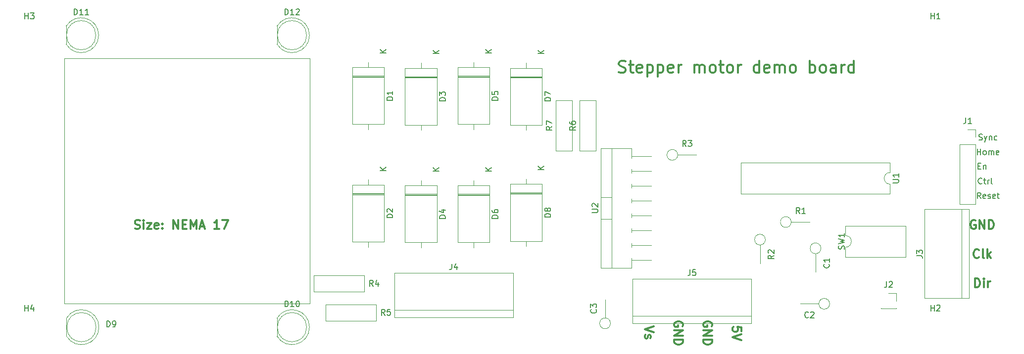
<source format=gto>
G04 #@! TF.GenerationSoftware,KiCad,Pcbnew,(6.0.11)*
G04 #@! TF.CreationDate,2023-02-08T16:01:19+00:00*
G04 #@! TF.ProjectId,StepperDemoPCB,53746570-7065-4724-9465-6d6f5043422e,rev?*
G04 #@! TF.SameCoordinates,Original*
G04 #@! TF.FileFunction,Legend,Top*
G04 #@! TF.FilePolarity,Positive*
%FSLAX46Y46*%
G04 Gerber Fmt 4.6, Leading zero omitted, Abs format (unit mm)*
G04 Created by KiCad (PCBNEW (6.0.11)) date 2023-02-08 16:01:19*
%MOMM*%
%LPD*%
G01*
G04 APERTURE LIST*
%ADD10C,0.300000*%
%ADD11C,0.150000*%
%ADD12C,0.120000*%
%ADD13C,7.500000*%
%ADD14C,9.100000*%
%ADD15C,4.500000*%
%ADD16C,1.600000*%
%ADD17C,1.400000*%
%ADD18O,1.400000X1.400000*%
%ADD19R,1.800000X1.800000*%
%ADD20C,1.800000*%
%ADD21R,1.700000X1.700000*%
%ADD22O,1.700000X1.700000*%
%ADD23R,3.200000X3.200000*%
%ADD24O,3.200000X3.200000*%
%ADD25R,3.000000X3.000000*%
%ADD26C,3.000000*%
%ADD27R,1.600000X1.600000*%
%ADD28O,1.600000X1.600000*%
%ADD29O,1.800000X1.800000*%
G04 APERTURE END LIST*
D10*
X146821428Y-92392857D02*
X145321428Y-92892857D01*
X146821428Y-93392857D01*
X145392857Y-93821428D02*
X145321428Y-93964285D01*
X145321428Y-94250000D01*
X145392857Y-94392857D01*
X145535714Y-94464285D01*
X145607142Y-94464285D01*
X145750000Y-94392857D01*
X145821428Y-94250000D01*
X145821428Y-94035714D01*
X145892857Y-93892857D01*
X146035714Y-93821428D01*
X146107142Y-93821428D01*
X146250000Y-93892857D01*
X146321428Y-94035714D01*
X146321428Y-94250000D01*
X146250000Y-94392857D01*
X161821428Y-93214285D02*
X161821428Y-92500000D01*
X161107142Y-92428571D01*
X161178571Y-92500000D01*
X161250000Y-92642857D01*
X161250000Y-93000000D01*
X161178571Y-93142857D01*
X161107142Y-93214285D01*
X160964285Y-93285714D01*
X160607142Y-93285714D01*
X160464285Y-93214285D01*
X160392857Y-93142857D01*
X160321428Y-93000000D01*
X160321428Y-92642857D01*
X160392857Y-92500000D01*
X160464285Y-92428571D01*
X161821428Y-93714285D02*
X160321428Y-94214285D01*
X161821428Y-94714285D01*
X156750000Y-92357142D02*
X156821428Y-92214285D01*
X156821428Y-92000000D01*
X156750000Y-91785714D01*
X156607142Y-91642857D01*
X156464285Y-91571428D01*
X156178571Y-91500000D01*
X155964285Y-91500000D01*
X155678571Y-91571428D01*
X155535714Y-91642857D01*
X155392857Y-91785714D01*
X155321428Y-92000000D01*
X155321428Y-92142857D01*
X155392857Y-92357142D01*
X155464285Y-92428571D01*
X155964285Y-92428571D01*
X155964285Y-92142857D01*
X155321428Y-93071428D02*
X156821428Y-93071428D01*
X155321428Y-93928571D01*
X156821428Y-93928571D01*
X155321428Y-94642857D02*
X156821428Y-94642857D01*
X156821428Y-95000000D01*
X156750000Y-95214285D01*
X156607142Y-95357142D01*
X156464285Y-95428571D01*
X156178571Y-95500000D01*
X155964285Y-95500000D01*
X155678571Y-95428571D01*
X155535714Y-95357142D01*
X155392857Y-95214285D01*
X155321428Y-95000000D01*
X155321428Y-94642857D01*
X151750000Y-92357142D02*
X151821428Y-92214285D01*
X151821428Y-92000000D01*
X151750000Y-91785714D01*
X151607142Y-91642857D01*
X151464285Y-91571428D01*
X151178571Y-91500000D01*
X150964285Y-91500000D01*
X150678571Y-91571428D01*
X150535714Y-91642857D01*
X150392857Y-91785714D01*
X150321428Y-92000000D01*
X150321428Y-92142857D01*
X150392857Y-92357142D01*
X150464285Y-92428571D01*
X150964285Y-92428571D01*
X150964285Y-92142857D01*
X150321428Y-93071428D02*
X151821428Y-93071428D01*
X150321428Y-93928571D01*
X151821428Y-93928571D01*
X150321428Y-94642857D02*
X151821428Y-94642857D01*
X151821428Y-95000000D01*
X151750000Y-95214285D01*
X151607142Y-95357142D01*
X151464285Y-95428571D01*
X151178571Y-95500000D01*
X150964285Y-95500000D01*
X150678571Y-95428571D01*
X150535714Y-95357142D01*
X150392857Y-95214285D01*
X150321428Y-95000000D01*
X150321428Y-94642857D01*
X140857142Y-48809523D02*
X141142857Y-48904761D01*
X141619047Y-48904761D01*
X141809523Y-48809523D01*
X141904761Y-48714285D01*
X142000000Y-48523809D01*
X142000000Y-48333333D01*
X141904761Y-48142857D01*
X141809523Y-48047619D01*
X141619047Y-47952380D01*
X141238095Y-47857142D01*
X141047619Y-47761904D01*
X140952380Y-47666666D01*
X140857142Y-47476190D01*
X140857142Y-47285714D01*
X140952380Y-47095238D01*
X141047619Y-47000000D01*
X141238095Y-46904761D01*
X141714285Y-46904761D01*
X142000000Y-47000000D01*
X142571428Y-47571428D02*
X143333333Y-47571428D01*
X142857142Y-46904761D02*
X142857142Y-48619047D01*
X142952380Y-48809523D01*
X143142857Y-48904761D01*
X143333333Y-48904761D01*
X144761904Y-48809523D02*
X144571428Y-48904761D01*
X144190476Y-48904761D01*
X144000000Y-48809523D01*
X143904761Y-48619047D01*
X143904761Y-47857142D01*
X144000000Y-47666666D01*
X144190476Y-47571428D01*
X144571428Y-47571428D01*
X144761904Y-47666666D01*
X144857142Y-47857142D01*
X144857142Y-48047619D01*
X143904761Y-48238095D01*
X145714285Y-47571428D02*
X145714285Y-49571428D01*
X145714285Y-47666666D02*
X145904761Y-47571428D01*
X146285714Y-47571428D01*
X146476190Y-47666666D01*
X146571428Y-47761904D01*
X146666666Y-47952380D01*
X146666666Y-48523809D01*
X146571428Y-48714285D01*
X146476190Y-48809523D01*
X146285714Y-48904761D01*
X145904761Y-48904761D01*
X145714285Y-48809523D01*
X147523809Y-47571428D02*
X147523809Y-49571428D01*
X147523809Y-47666666D02*
X147714285Y-47571428D01*
X148095238Y-47571428D01*
X148285714Y-47666666D01*
X148380952Y-47761904D01*
X148476190Y-47952380D01*
X148476190Y-48523809D01*
X148380952Y-48714285D01*
X148285714Y-48809523D01*
X148095238Y-48904761D01*
X147714285Y-48904761D01*
X147523809Y-48809523D01*
X150095238Y-48809523D02*
X149904761Y-48904761D01*
X149523809Y-48904761D01*
X149333333Y-48809523D01*
X149238095Y-48619047D01*
X149238095Y-47857142D01*
X149333333Y-47666666D01*
X149523809Y-47571428D01*
X149904761Y-47571428D01*
X150095238Y-47666666D01*
X150190476Y-47857142D01*
X150190476Y-48047619D01*
X149238095Y-48238095D01*
X151047619Y-48904761D02*
X151047619Y-47571428D01*
X151047619Y-47952380D02*
X151142857Y-47761904D01*
X151238095Y-47666666D01*
X151428571Y-47571428D01*
X151619047Y-47571428D01*
X153809523Y-48904761D02*
X153809523Y-47571428D01*
X153809523Y-47761904D02*
X153904761Y-47666666D01*
X154095238Y-47571428D01*
X154380952Y-47571428D01*
X154571428Y-47666666D01*
X154666666Y-47857142D01*
X154666666Y-48904761D01*
X154666666Y-47857142D02*
X154761904Y-47666666D01*
X154952380Y-47571428D01*
X155238095Y-47571428D01*
X155428571Y-47666666D01*
X155523809Y-47857142D01*
X155523809Y-48904761D01*
X156761904Y-48904761D02*
X156571428Y-48809523D01*
X156476190Y-48714285D01*
X156380952Y-48523809D01*
X156380952Y-47952380D01*
X156476190Y-47761904D01*
X156571428Y-47666666D01*
X156761904Y-47571428D01*
X157047619Y-47571428D01*
X157238095Y-47666666D01*
X157333333Y-47761904D01*
X157428571Y-47952380D01*
X157428571Y-48523809D01*
X157333333Y-48714285D01*
X157238095Y-48809523D01*
X157047619Y-48904761D01*
X156761904Y-48904761D01*
X158000000Y-47571428D02*
X158761904Y-47571428D01*
X158285714Y-46904761D02*
X158285714Y-48619047D01*
X158380952Y-48809523D01*
X158571428Y-48904761D01*
X158761904Y-48904761D01*
X159714285Y-48904761D02*
X159523809Y-48809523D01*
X159428571Y-48714285D01*
X159333333Y-48523809D01*
X159333333Y-47952380D01*
X159428571Y-47761904D01*
X159523809Y-47666666D01*
X159714285Y-47571428D01*
X160000000Y-47571428D01*
X160190476Y-47666666D01*
X160285714Y-47761904D01*
X160380952Y-47952380D01*
X160380952Y-48523809D01*
X160285714Y-48714285D01*
X160190476Y-48809523D01*
X160000000Y-48904761D01*
X159714285Y-48904761D01*
X161238095Y-48904761D02*
X161238095Y-47571428D01*
X161238095Y-47952380D02*
X161333333Y-47761904D01*
X161428571Y-47666666D01*
X161619047Y-47571428D01*
X161809523Y-47571428D01*
X164857142Y-48904761D02*
X164857142Y-46904761D01*
X164857142Y-48809523D02*
X164666666Y-48904761D01*
X164285714Y-48904761D01*
X164095238Y-48809523D01*
X164000000Y-48714285D01*
X163904761Y-48523809D01*
X163904761Y-47952380D01*
X164000000Y-47761904D01*
X164095238Y-47666666D01*
X164285714Y-47571428D01*
X164666666Y-47571428D01*
X164857142Y-47666666D01*
X166571428Y-48809523D02*
X166380952Y-48904761D01*
X166000000Y-48904761D01*
X165809523Y-48809523D01*
X165714285Y-48619047D01*
X165714285Y-47857142D01*
X165809523Y-47666666D01*
X166000000Y-47571428D01*
X166380952Y-47571428D01*
X166571428Y-47666666D01*
X166666666Y-47857142D01*
X166666666Y-48047619D01*
X165714285Y-48238095D01*
X167523809Y-48904761D02*
X167523809Y-47571428D01*
X167523809Y-47761904D02*
X167619047Y-47666666D01*
X167809523Y-47571428D01*
X168095238Y-47571428D01*
X168285714Y-47666666D01*
X168380952Y-47857142D01*
X168380952Y-48904761D01*
X168380952Y-47857142D02*
X168476190Y-47666666D01*
X168666666Y-47571428D01*
X168952380Y-47571428D01*
X169142857Y-47666666D01*
X169238095Y-47857142D01*
X169238095Y-48904761D01*
X170476190Y-48904761D02*
X170285714Y-48809523D01*
X170190476Y-48714285D01*
X170095238Y-48523809D01*
X170095238Y-47952380D01*
X170190476Y-47761904D01*
X170285714Y-47666666D01*
X170476190Y-47571428D01*
X170761904Y-47571428D01*
X170952380Y-47666666D01*
X171047619Y-47761904D01*
X171142857Y-47952380D01*
X171142857Y-48523809D01*
X171047619Y-48714285D01*
X170952380Y-48809523D01*
X170761904Y-48904761D01*
X170476190Y-48904761D01*
X173523809Y-48904761D02*
X173523809Y-46904761D01*
X173523809Y-47666666D02*
X173714285Y-47571428D01*
X174095238Y-47571428D01*
X174285714Y-47666666D01*
X174380952Y-47761904D01*
X174476190Y-47952380D01*
X174476190Y-48523809D01*
X174380952Y-48714285D01*
X174285714Y-48809523D01*
X174095238Y-48904761D01*
X173714285Y-48904761D01*
X173523809Y-48809523D01*
X175619047Y-48904761D02*
X175428571Y-48809523D01*
X175333333Y-48714285D01*
X175238095Y-48523809D01*
X175238095Y-47952380D01*
X175333333Y-47761904D01*
X175428571Y-47666666D01*
X175619047Y-47571428D01*
X175904761Y-47571428D01*
X176095238Y-47666666D01*
X176190476Y-47761904D01*
X176285714Y-47952380D01*
X176285714Y-48523809D01*
X176190476Y-48714285D01*
X176095238Y-48809523D01*
X175904761Y-48904761D01*
X175619047Y-48904761D01*
X178000000Y-48904761D02*
X178000000Y-47857142D01*
X177904761Y-47666666D01*
X177714285Y-47571428D01*
X177333333Y-47571428D01*
X177142857Y-47666666D01*
X178000000Y-48809523D02*
X177809523Y-48904761D01*
X177333333Y-48904761D01*
X177142857Y-48809523D01*
X177047619Y-48619047D01*
X177047619Y-48428571D01*
X177142857Y-48238095D01*
X177333333Y-48142857D01*
X177809523Y-48142857D01*
X178000000Y-48047619D01*
X178952380Y-48904761D02*
X178952380Y-47571428D01*
X178952380Y-47952380D02*
X179047619Y-47761904D01*
X179142857Y-47666666D01*
X179333333Y-47571428D01*
X179523809Y-47571428D01*
X181047619Y-48904761D02*
X181047619Y-46904761D01*
X181047619Y-48809523D02*
X180857142Y-48904761D01*
X180476190Y-48904761D01*
X180285714Y-48809523D01*
X180190476Y-48714285D01*
X180095238Y-48523809D01*
X180095238Y-47952380D01*
X180190476Y-47761904D01*
X180285714Y-47666666D01*
X180476190Y-47571428D01*
X180857142Y-47571428D01*
X181047619Y-47666666D01*
D11*
X202761904Y-70452380D02*
X202428571Y-69976190D01*
X202190476Y-70452380D02*
X202190476Y-69452380D01*
X202571428Y-69452380D01*
X202666666Y-69500000D01*
X202714285Y-69547619D01*
X202761904Y-69642857D01*
X202761904Y-69785714D01*
X202714285Y-69880952D01*
X202666666Y-69928571D01*
X202571428Y-69976190D01*
X202190476Y-69976190D01*
X203571428Y-70404761D02*
X203476190Y-70452380D01*
X203285714Y-70452380D01*
X203190476Y-70404761D01*
X203142857Y-70309523D01*
X203142857Y-69928571D01*
X203190476Y-69833333D01*
X203285714Y-69785714D01*
X203476190Y-69785714D01*
X203571428Y-69833333D01*
X203619047Y-69928571D01*
X203619047Y-70023809D01*
X203142857Y-70119047D01*
X204000000Y-70404761D02*
X204095238Y-70452380D01*
X204285714Y-70452380D01*
X204380952Y-70404761D01*
X204428571Y-70309523D01*
X204428571Y-70261904D01*
X204380952Y-70166666D01*
X204285714Y-70119047D01*
X204142857Y-70119047D01*
X204047619Y-70071428D01*
X204000000Y-69976190D01*
X204000000Y-69928571D01*
X204047619Y-69833333D01*
X204142857Y-69785714D01*
X204285714Y-69785714D01*
X204380952Y-69833333D01*
X205238095Y-70404761D02*
X205142857Y-70452380D01*
X204952380Y-70452380D01*
X204857142Y-70404761D01*
X204809523Y-70309523D01*
X204809523Y-69928571D01*
X204857142Y-69833333D01*
X204952380Y-69785714D01*
X205142857Y-69785714D01*
X205238095Y-69833333D01*
X205285714Y-69928571D01*
X205285714Y-70023809D01*
X204809523Y-70119047D01*
X205571428Y-69785714D02*
X205952380Y-69785714D01*
X205714285Y-69452380D02*
X205714285Y-70309523D01*
X205761904Y-70404761D01*
X205857142Y-70452380D01*
X205952380Y-70452380D01*
X202952380Y-67857142D02*
X202904761Y-67904761D01*
X202761904Y-67952380D01*
X202666666Y-67952380D01*
X202523809Y-67904761D01*
X202428571Y-67809523D01*
X202380952Y-67714285D01*
X202333333Y-67523809D01*
X202333333Y-67380952D01*
X202380952Y-67190476D01*
X202428571Y-67095238D01*
X202523809Y-67000000D01*
X202666666Y-66952380D01*
X202761904Y-66952380D01*
X202904761Y-67000000D01*
X202952380Y-67047619D01*
X203238095Y-67285714D02*
X203619047Y-67285714D01*
X203380952Y-66952380D02*
X203380952Y-67809523D01*
X203428571Y-67904761D01*
X203523809Y-67952380D01*
X203619047Y-67952380D01*
X203952380Y-67952380D02*
X203952380Y-67285714D01*
X203952380Y-67476190D02*
X204000000Y-67380952D01*
X204047619Y-67333333D01*
X204142857Y-67285714D01*
X204238095Y-67285714D01*
X204714285Y-67952380D02*
X204619047Y-67904761D01*
X204571428Y-67809523D01*
X204571428Y-66952380D01*
X202333333Y-64928571D02*
X202666666Y-64928571D01*
X202809523Y-65452380D02*
X202333333Y-65452380D01*
X202333333Y-64452380D01*
X202809523Y-64452380D01*
X203238095Y-64785714D02*
X203238095Y-65452380D01*
X203238095Y-64880952D02*
X203285714Y-64833333D01*
X203380952Y-64785714D01*
X203523809Y-64785714D01*
X203619047Y-64833333D01*
X203666666Y-64928571D01*
X203666666Y-65452380D01*
X202166666Y-62952380D02*
X202166666Y-61952380D01*
X202166666Y-62428571D02*
X202738095Y-62428571D01*
X202738095Y-62952380D02*
X202738095Y-61952380D01*
X203357142Y-62952380D02*
X203261904Y-62904761D01*
X203214285Y-62857142D01*
X203166666Y-62761904D01*
X203166666Y-62476190D01*
X203214285Y-62380952D01*
X203261904Y-62333333D01*
X203357142Y-62285714D01*
X203500000Y-62285714D01*
X203595238Y-62333333D01*
X203642857Y-62380952D01*
X203690476Y-62476190D01*
X203690476Y-62761904D01*
X203642857Y-62857142D01*
X203595238Y-62904761D01*
X203500000Y-62952380D01*
X203357142Y-62952380D01*
X204119047Y-62952380D02*
X204119047Y-62285714D01*
X204119047Y-62380952D02*
X204166666Y-62333333D01*
X204261904Y-62285714D01*
X204404761Y-62285714D01*
X204500000Y-62333333D01*
X204547619Y-62428571D01*
X204547619Y-62952380D01*
X204547619Y-62428571D02*
X204595238Y-62333333D01*
X204690476Y-62285714D01*
X204833333Y-62285714D01*
X204928571Y-62333333D01*
X204976190Y-62428571D01*
X204976190Y-62952380D01*
X205833333Y-62904761D02*
X205738095Y-62952380D01*
X205547619Y-62952380D01*
X205452380Y-62904761D01*
X205404761Y-62809523D01*
X205404761Y-62428571D01*
X205452380Y-62333333D01*
X205547619Y-62285714D01*
X205738095Y-62285714D01*
X205833333Y-62333333D01*
X205880952Y-62428571D01*
X205880952Y-62523809D01*
X205404761Y-62619047D01*
X202452380Y-60404761D02*
X202595238Y-60452380D01*
X202833333Y-60452380D01*
X202928571Y-60404761D01*
X202976190Y-60357142D01*
X203023809Y-60261904D01*
X203023809Y-60166666D01*
X202976190Y-60071428D01*
X202928571Y-60023809D01*
X202833333Y-59976190D01*
X202642857Y-59928571D01*
X202547619Y-59880952D01*
X202500000Y-59833333D01*
X202452380Y-59738095D01*
X202452380Y-59642857D01*
X202500000Y-59547619D01*
X202547619Y-59500000D01*
X202642857Y-59452380D01*
X202880952Y-59452380D01*
X203023809Y-59500000D01*
X203357142Y-59785714D02*
X203595238Y-60452380D01*
X203833333Y-59785714D02*
X203595238Y-60452380D01*
X203500000Y-60690476D01*
X203452380Y-60738095D01*
X203357142Y-60785714D01*
X204214285Y-59785714D02*
X204214285Y-60452380D01*
X204214285Y-59880952D02*
X204261904Y-59833333D01*
X204357142Y-59785714D01*
X204500000Y-59785714D01*
X204595238Y-59833333D01*
X204642857Y-59928571D01*
X204642857Y-60452380D01*
X205547619Y-60404761D02*
X205452380Y-60452380D01*
X205261904Y-60452380D01*
X205166666Y-60404761D01*
X205119047Y-60357142D01*
X205071428Y-60261904D01*
X205071428Y-59976190D01*
X205119047Y-59880952D01*
X205166666Y-59833333D01*
X205261904Y-59785714D01*
X205452380Y-59785714D01*
X205547619Y-59833333D01*
D10*
X201785714Y-85678571D02*
X201785714Y-84178571D01*
X202142857Y-84178571D01*
X202357142Y-84250000D01*
X202500000Y-84392857D01*
X202571428Y-84535714D01*
X202642857Y-84821428D01*
X202642857Y-85035714D01*
X202571428Y-85321428D01*
X202500000Y-85464285D01*
X202357142Y-85607142D01*
X202142857Y-85678571D01*
X201785714Y-85678571D01*
X203285714Y-85678571D02*
X203285714Y-84678571D01*
X203285714Y-84178571D02*
X203214285Y-84250000D01*
X203285714Y-84321428D01*
X203357142Y-84250000D01*
X203285714Y-84178571D01*
X203285714Y-84321428D01*
X204000000Y-85678571D02*
X204000000Y-84678571D01*
X204000000Y-84964285D02*
X204071428Y-84821428D01*
X204142857Y-84750000D01*
X204285714Y-84678571D01*
X204428571Y-84678571D01*
X202464285Y-80535714D02*
X202392857Y-80607142D01*
X202178571Y-80678571D01*
X202035714Y-80678571D01*
X201821428Y-80607142D01*
X201678571Y-80464285D01*
X201607142Y-80321428D01*
X201535714Y-80035714D01*
X201535714Y-79821428D01*
X201607142Y-79535714D01*
X201678571Y-79392857D01*
X201821428Y-79250000D01*
X202035714Y-79178571D01*
X202178571Y-79178571D01*
X202392857Y-79250000D01*
X202464285Y-79321428D01*
X203321428Y-80678571D02*
X203178571Y-80607142D01*
X203107142Y-80464285D01*
X203107142Y-79178571D01*
X203892857Y-80678571D02*
X203892857Y-79178571D01*
X204035714Y-80107142D02*
X204464285Y-80678571D01*
X204464285Y-79678571D02*
X203892857Y-80250000D01*
X58071428Y-75607142D02*
X58285714Y-75678571D01*
X58642857Y-75678571D01*
X58785714Y-75607142D01*
X58857142Y-75535714D01*
X58928571Y-75392857D01*
X58928571Y-75250000D01*
X58857142Y-75107142D01*
X58785714Y-75035714D01*
X58642857Y-74964285D01*
X58357142Y-74892857D01*
X58214285Y-74821428D01*
X58142857Y-74750000D01*
X58071428Y-74607142D01*
X58071428Y-74464285D01*
X58142857Y-74321428D01*
X58214285Y-74250000D01*
X58357142Y-74178571D01*
X58714285Y-74178571D01*
X58928571Y-74250000D01*
X59571428Y-75678571D02*
X59571428Y-74678571D01*
X59571428Y-74178571D02*
X59500000Y-74250000D01*
X59571428Y-74321428D01*
X59642857Y-74250000D01*
X59571428Y-74178571D01*
X59571428Y-74321428D01*
X60142857Y-74678571D02*
X60928571Y-74678571D01*
X60142857Y-75678571D01*
X60928571Y-75678571D01*
X62071428Y-75607142D02*
X61928571Y-75678571D01*
X61642857Y-75678571D01*
X61500000Y-75607142D01*
X61428571Y-75464285D01*
X61428571Y-74892857D01*
X61500000Y-74750000D01*
X61642857Y-74678571D01*
X61928571Y-74678571D01*
X62071428Y-74750000D01*
X62142857Y-74892857D01*
X62142857Y-75035714D01*
X61428571Y-75178571D01*
X62785714Y-75535714D02*
X62857142Y-75607142D01*
X62785714Y-75678571D01*
X62714285Y-75607142D01*
X62785714Y-75535714D01*
X62785714Y-75678571D01*
X62785714Y-74750000D02*
X62857142Y-74821428D01*
X62785714Y-74892857D01*
X62714285Y-74821428D01*
X62785714Y-74750000D01*
X62785714Y-74892857D01*
X64642857Y-75678571D02*
X64642857Y-74178571D01*
X65500000Y-75678571D01*
X65500000Y-74178571D01*
X66214285Y-74892857D02*
X66714285Y-74892857D01*
X66928571Y-75678571D02*
X66214285Y-75678571D01*
X66214285Y-74178571D01*
X66928571Y-74178571D01*
X67571428Y-75678571D02*
X67571428Y-74178571D01*
X68071428Y-75250000D01*
X68571428Y-74178571D01*
X68571428Y-75678571D01*
X69214285Y-75250000D02*
X69928571Y-75250000D01*
X69071428Y-75678571D02*
X69571428Y-74178571D01*
X70071428Y-75678571D01*
X72500000Y-75678571D02*
X71642857Y-75678571D01*
X72071428Y-75678571D02*
X72071428Y-74178571D01*
X71928571Y-74392857D01*
X71785714Y-74535714D01*
X71642857Y-74607142D01*
X73000000Y-74178571D02*
X74000000Y-74178571D01*
X73357142Y-75678571D01*
X201857142Y-74250000D02*
X201714285Y-74178571D01*
X201500000Y-74178571D01*
X201285714Y-74250000D01*
X201142857Y-74392857D01*
X201071428Y-74535714D01*
X201000000Y-74821428D01*
X201000000Y-75035714D01*
X201071428Y-75321428D01*
X201142857Y-75464285D01*
X201285714Y-75607142D01*
X201500000Y-75678571D01*
X201642857Y-75678571D01*
X201857142Y-75607142D01*
X201928571Y-75535714D01*
X201928571Y-75035714D01*
X201642857Y-75035714D01*
X202571428Y-75678571D02*
X202571428Y-74178571D01*
X203428571Y-75678571D01*
X203428571Y-74178571D01*
X204142857Y-75678571D02*
X204142857Y-74178571D01*
X204500000Y-74178571D01*
X204714285Y-74250000D01*
X204857142Y-74392857D01*
X204928571Y-74535714D01*
X205000000Y-74821428D01*
X205000000Y-75035714D01*
X204928571Y-75321428D01*
X204857142Y-75464285D01*
X204714285Y-75607142D01*
X204500000Y-75678571D01*
X204142857Y-75678571D01*
D11*
X39238095Y-89702380D02*
X39238095Y-88702380D01*
X39238095Y-89178571D02*
X39809523Y-89178571D01*
X39809523Y-89702380D02*
X39809523Y-88702380D01*
X40714285Y-89035714D02*
X40714285Y-89702380D01*
X40476190Y-88654761D02*
X40238095Y-89369047D01*
X40857142Y-89369047D01*
X39238095Y-39702380D02*
X39238095Y-38702380D01*
X39238095Y-39178571D02*
X39809523Y-39178571D01*
X39809523Y-39702380D02*
X39809523Y-38702380D01*
X40190476Y-38702380D02*
X40809523Y-38702380D01*
X40476190Y-39083333D01*
X40619047Y-39083333D01*
X40714285Y-39130952D01*
X40761904Y-39178571D01*
X40809523Y-39273809D01*
X40809523Y-39511904D01*
X40761904Y-39607142D01*
X40714285Y-39654761D01*
X40619047Y-39702380D01*
X40333333Y-39702380D01*
X40238095Y-39654761D01*
X40190476Y-39607142D01*
X194238095Y-89702380D02*
X194238095Y-88702380D01*
X194238095Y-89178571D02*
X194809523Y-89178571D01*
X194809523Y-89702380D02*
X194809523Y-88702380D01*
X195238095Y-88797619D02*
X195285714Y-88750000D01*
X195380952Y-88702380D01*
X195619047Y-88702380D01*
X195714285Y-88750000D01*
X195761904Y-88797619D01*
X195809523Y-88892857D01*
X195809523Y-88988095D01*
X195761904Y-89130952D01*
X195190476Y-89702380D01*
X195809523Y-89702380D01*
X194238095Y-39702380D02*
X194238095Y-38702380D01*
X194238095Y-39178571D02*
X194809523Y-39178571D01*
X194809523Y-39702380D02*
X194809523Y-38702380D01*
X195809523Y-39702380D02*
X195238095Y-39702380D01*
X195523809Y-39702380D02*
X195523809Y-38702380D01*
X195428571Y-38845238D01*
X195333333Y-38940476D01*
X195238095Y-38988095D01*
X66190476Y-66492380D02*
X66190476Y-65492380D01*
X66523809Y-66206666D01*
X66857142Y-65492380D01*
X66857142Y-66492380D01*
X67857142Y-66492380D02*
X67285714Y-66492380D01*
X67571428Y-66492380D02*
X67571428Y-65492380D01*
X67476190Y-65635238D01*
X67380952Y-65730476D01*
X67285714Y-65778095D01*
X100833333Y-90452380D02*
X100500000Y-89976190D01*
X100261904Y-90452380D02*
X100261904Y-89452380D01*
X100642857Y-89452380D01*
X100738095Y-89500000D01*
X100785714Y-89547619D01*
X100833333Y-89642857D01*
X100833333Y-89785714D01*
X100785714Y-89880952D01*
X100738095Y-89928571D01*
X100642857Y-89976190D01*
X100261904Y-89976190D01*
X101738095Y-89452380D02*
X101261904Y-89452380D01*
X101214285Y-89928571D01*
X101261904Y-89880952D01*
X101357142Y-89833333D01*
X101595238Y-89833333D01*
X101690476Y-89880952D01*
X101738095Y-89928571D01*
X101785714Y-90023809D01*
X101785714Y-90261904D01*
X101738095Y-90357142D01*
X101690476Y-90404761D01*
X101595238Y-90452380D01*
X101357142Y-90452380D01*
X101261904Y-90404761D01*
X101214285Y-90357142D01*
X171793333Y-73032380D02*
X171460000Y-72556190D01*
X171221904Y-73032380D02*
X171221904Y-72032380D01*
X171602857Y-72032380D01*
X171698095Y-72080000D01*
X171745714Y-72127619D01*
X171793333Y-72222857D01*
X171793333Y-72365714D01*
X171745714Y-72460952D01*
X171698095Y-72508571D01*
X171602857Y-72556190D01*
X171221904Y-72556190D01*
X172745714Y-73032380D02*
X172174285Y-73032380D01*
X172460000Y-73032380D02*
X172460000Y-72032380D01*
X172364761Y-72175238D01*
X172269523Y-72270476D01*
X172174285Y-72318095D01*
X53261904Y-92452380D02*
X53261904Y-91452380D01*
X53500000Y-91452380D01*
X53642857Y-91500000D01*
X53738095Y-91595238D01*
X53785714Y-91690476D01*
X53833333Y-91880952D01*
X53833333Y-92023809D01*
X53785714Y-92214285D01*
X53738095Y-92309523D01*
X53642857Y-92404761D01*
X53500000Y-92452380D01*
X53261904Y-92452380D01*
X54309523Y-92452380D02*
X54500000Y-92452380D01*
X54595238Y-92404761D01*
X54642857Y-92357142D01*
X54738095Y-92214285D01*
X54785714Y-92023809D01*
X54785714Y-91642857D01*
X54738095Y-91547619D01*
X54690476Y-91500000D01*
X54595238Y-91452380D01*
X54404761Y-91452380D01*
X54309523Y-91500000D01*
X54261904Y-91547619D01*
X54214285Y-91642857D01*
X54214285Y-91880952D01*
X54261904Y-91976190D01*
X54309523Y-92023809D01*
X54404761Y-92071428D01*
X54595238Y-92071428D01*
X54690476Y-92023809D01*
X54738095Y-91976190D01*
X54785714Y-91880952D01*
X133432380Y-58161666D02*
X132956190Y-58495000D01*
X133432380Y-58733095D02*
X132432380Y-58733095D01*
X132432380Y-58352142D01*
X132480000Y-58256904D01*
X132527619Y-58209285D01*
X132622857Y-58161666D01*
X132765714Y-58161666D01*
X132860952Y-58209285D01*
X132908571Y-58256904D01*
X132956190Y-58352142D01*
X132956190Y-58733095D01*
X132432380Y-57304523D02*
X132432380Y-57495000D01*
X132480000Y-57590238D01*
X132527619Y-57637857D01*
X132670476Y-57733095D01*
X132860952Y-57780714D01*
X133241904Y-57780714D01*
X133337142Y-57733095D01*
X133384761Y-57685476D01*
X133432380Y-57590238D01*
X133432380Y-57399761D01*
X133384761Y-57304523D01*
X133337142Y-57256904D01*
X133241904Y-57209285D01*
X133003809Y-57209285D01*
X132908571Y-57256904D01*
X132860952Y-57304523D01*
X132813333Y-57399761D01*
X132813333Y-57590238D01*
X132860952Y-57685476D01*
X132908571Y-57733095D01*
X133003809Y-57780714D01*
X200191666Y-56632380D02*
X200191666Y-57346666D01*
X200144047Y-57489523D01*
X200048809Y-57584761D01*
X199905952Y-57632380D01*
X199810714Y-57632380D01*
X201191666Y-57632380D02*
X200620238Y-57632380D01*
X200905952Y-57632380D02*
X200905952Y-56632380D01*
X200810714Y-56775238D01*
X200715476Y-56870476D01*
X200620238Y-56918095D01*
X186666666Y-84682380D02*
X186666666Y-85396666D01*
X186619047Y-85539523D01*
X186523809Y-85634761D01*
X186380952Y-85682380D01*
X186285714Y-85682380D01*
X187095238Y-84777619D02*
X187142857Y-84730000D01*
X187238095Y-84682380D01*
X187476190Y-84682380D01*
X187571428Y-84730000D01*
X187619047Y-84777619D01*
X187666666Y-84872857D01*
X187666666Y-84968095D01*
X187619047Y-85110952D01*
X187047619Y-85682380D01*
X187666666Y-85682380D01*
X129432380Y-58126666D02*
X128956190Y-58460000D01*
X129432380Y-58698095D02*
X128432380Y-58698095D01*
X128432380Y-58317142D01*
X128480000Y-58221904D01*
X128527619Y-58174285D01*
X128622857Y-58126666D01*
X128765714Y-58126666D01*
X128860952Y-58174285D01*
X128908571Y-58221904D01*
X128956190Y-58317142D01*
X128956190Y-58698095D01*
X128432380Y-57793333D02*
X128432380Y-57126666D01*
X129432380Y-57555238D01*
X173283333Y-90777142D02*
X173235714Y-90824761D01*
X173092857Y-90872380D01*
X172997619Y-90872380D01*
X172854761Y-90824761D01*
X172759523Y-90729523D01*
X172711904Y-90634285D01*
X172664285Y-90443809D01*
X172664285Y-90300952D01*
X172711904Y-90110476D01*
X172759523Y-90015238D01*
X172854761Y-89920000D01*
X172997619Y-89872380D01*
X173092857Y-89872380D01*
X173235714Y-89920000D01*
X173283333Y-89967619D01*
X173664285Y-89967619D02*
X173711904Y-89920000D01*
X173807142Y-89872380D01*
X174045238Y-89872380D01*
X174140476Y-89920000D01*
X174188095Y-89967619D01*
X174235714Y-90062857D01*
X174235714Y-90158095D01*
X174188095Y-90300952D01*
X173616666Y-90872380D01*
X174235714Y-90872380D01*
X102172380Y-73738095D02*
X101172380Y-73738095D01*
X101172380Y-73500000D01*
X101220000Y-73357142D01*
X101315238Y-73261904D01*
X101410476Y-73214285D01*
X101600952Y-73166666D01*
X101743809Y-73166666D01*
X101934285Y-73214285D01*
X102029523Y-73261904D01*
X102124761Y-73357142D01*
X102172380Y-73500000D01*
X102172380Y-73738095D01*
X101267619Y-72785714D02*
X101220000Y-72738095D01*
X101172380Y-72642857D01*
X101172380Y-72404761D01*
X101220000Y-72309523D01*
X101267619Y-72261904D01*
X101362857Y-72214285D01*
X101458095Y-72214285D01*
X101600952Y-72261904D01*
X102172380Y-72833333D01*
X102172380Y-72214285D01*
X101052380Y-65641904D02*
X100052380Y-65641904D01*
X101052380Y-65070476D02*
X100480952Y-65499047D01*
X100052380Y-65070476D02*
X100623809Y-65641904D01*
X129172380Y-73618095D02*
X128172380Y-73618095D01*
X128172380Y-73380000D01*
X128220000Y-73237142D01*
X128315238Y-73141904D01*
X128410476Y-73094285D01*
X128600952Y-73046666D01*
X128743809Y-73046666D01*
X128934285Y-73094285D01*
X129029523Y-73141904D01*
X129124761Y-73237142D01*
X129172380Y-73380000D01*
X129172380Y-73618095D01*
X128600952Y-72475238D02*
X128553333Y-72570476D01*
X128505714Y-72618095D01*
X128410476Y-72665714D01*
X128362857Y-72665714D01*
X128267619Y-72618095D01*
X128220000Y-72570476D01*
X128172380Y-72475238D01*
X128172380Y-72284761D01*
X128220000Y-72189523D01*
X128267619Y-72141904D01*
X128362857Y-72094285D01*
X128410476Y-72094285D01*
X128505714Y-72141904D01*
X128553333Y-72189523D01*
X128600952Y-72284761D01*
X128600952Y-72475238D01*
X128648571Y-72570476D01*
X128696190Y-72618095D01*
X128791428Y-72665714D01*
X128981904Y-72665714D01*
X129077142Y-72618095D01*
X129124761Y-72570476D01*
X129172380Y-72475238D01*
X129172380Y-72284761D01*
X129124761Y-72189523D01*
X129077142Y-72141904D01*
X128981904Y-72094285D01*
X128791428Y-72094285D01*
X128696190Y-72141904D01*
X128648571Y-72189523D01*
X128600952Y-72284761D01*
X128052380Y-65521904D02*
X127052380Y-65521904D01*
X128052380Y-64950476D02*
X127480952Y-65379047D01*
X127052380Y-64950476D02*
X127623809Y-65521904D01*
X112266666Y-81652380D02*
X112266666Y-82366666D01*
X112219047Y-82509523D01*
X112123809Y-82604761D01*
X111980952Y-82652380D01*
X111885714Y-82652380D01*
X113171428Y-81985714D02*
X113171428Y-82652380D01*
X112933333Y-81604761D02*
X112695238Y-82319047D01*
X113314285Y-82319047D01*
X83725714Y-88992380D02*
X83725714Y-87992380D01*
X83963809Y-87992380D01*
X84106666Y-88040000D01*
X84201904Y-88135238D01*
X84249523Y-88230476D01*
X84297142Y-88420952D01*
X84297142Y-88563809D01*
X84249523Y-88754285D01*
X84201904Y-88849523D01*
X84106666Y-88944761D01*
X83963809Y-88992380D01*
X83725714Y-88992380D01*
X85249523Y-88992380D02*
X84678095Y-88992380D01*
X84963809Y-88992380D02*
X84963809Y-87992380D01*
X84868571Y-88135238D01*
X84773333Y-88230476D01*
X84678095Y-88278095D01*
X85868571Y-87992380D02*
X85963809Y-87992380D01*
X86059047Y-88040000D01*
X86106666Y-88087619D01*
X86154285Y-88182857D01*
X86201904Y-88373333D01*
X86201904Y-88611428D01*
X86154285Y-88801904D01*
X86106666Y-88897142D01*
X86059047Y-88944761D01*
X85963809Y-88992380D01*
X85868571Y-88992380D01*
X85773333Y-88944761D01*
X85725714Y-88897142D01*
X85678095Y-88801904D01*
X85630476Y-88611428D01*
X85630476Y-88373333D01*
X85678095Y-88182857D01*
X85725714Y-88087619D01*
X85773333Y-88040000D01*
X85868571Y-87992380D01*
X102172380Y-53618095D02*
X101172380Y-53618095D01*
X101172380Y-53380000D01*
X101220000Y-53237142D01*
X101315238Y-53141904D01*
X101410476Y-53094285D01*
X101600952Y-53046666D01*
X101743809Y-53046666D01*
X101934285Y-53094285D01*
X102029523Y-53141904D01*
X102124761Y-53237142D01*
X102172380Y-53380000D01*
X102172380Y-53618095D01*
X102172380Y-52094285D02*
X102172380Y-52665714D01*
X102172380Y-52380000D02*
X101172380Y-52380000D01*
X101315238Y-52475238D01*
X101410476Y-52570476D01*
X101458095Y-52665714D01*
X101052380Y-45521904D02*
X100052380Y-45521904D01*
X101052380Y-44950476D02*
X100480952Y-45379047D01*
X100052380Y-44950476D02*
X100623809Y-45521904D01*
X153026666Y-82652380D02*
X153026666Y-83366666D01*
X152979047Y-83509523D01*
X152883809Y-83604761D01*
X152740952Y-83652380D01*
X152645714Y-83652380D01*
X153979047Y-82652380D02*
X153502857Y-82652380D01*
X153455238Y-83128571D01*
X153502857Y-83080952D01*
X153598095Y-83033333D01*
X153836190Y-83033333D01*
X153931428Y-83080952D01*
X153979047Y-83128571D01*
X154026666Y-83223809D01*
X154026666Y-83461904D01*
X153979047Y-83557142D01*
X153931428Y-83604761D01*
X153836190Y-83652380D01*
X153598095Y-83652380D01*
X153502857Y-83604761D01*
X153455238Y-83557142D01*
X191802380Y-80283333D02*
X192516666Y-80283333D01*
X192659523Y-80330952D01*
X192754761Y-80426190D01*
X192802380Y-80569047D01*
X192802380Y-80664285D01*
X191802380Y-79902380D02*
X191802380Y-79283333D01*
X192183333Y-79616666D01*
X192183333Y-79473809D01*
X192230952Y-79378571D01*
X192278571Y-79330952D01*
X192373809Y-79283333D01*
X192611904Y-79283333D01*
X192707142Y-79330952D01*
X192754761Y-79378571D01*
X192802380Y-79473809D01*
X192802380Y-79759523D01*
X192754761Y-79854761D01*
X192707142Y-79902380D01*
X120172380Y-73858095D02*
X119172380Y-73858095D01*
X119172380Y-73620000D01*
X119220000Y-73477142D01*
X119315238Y-73381904D01*
X119410476Y-73334285D01*
X119600952Y-73286666D01*
X119743809Y-73286666D01*
X119934285Y-73334285D01*
X120029523Y-73381904D01*
X120124761Y-73477142D01*
X120172380Y-73620000D01*
X120172380Y-73858095D01*
X119172380Y-72429523D02*
X119172380Y-72620000D01*
X119220000Y-72715238D01*
X119267619Y-72762857D01*
X119410476Y-72858095D01*
X119600952Y-72905714D01*
X119981904Y-72905714D01*
X120077142Y-72858095D01*
X120124761Y-72810476D01*
X120172380Y-72715238D01*
X120172380Y-72524761D01*
X120124761Y-72429523D01*
X120077142Y-72381904D01*
X119981904Y-72334285D01*
X119743809Y-72334285D01*
X119648571Y-72381904D01*
X119600952Y-72429523D01*
X119553333Y-72524761D01*
X119553333Y-72715238D01*
X119600952Y-72810476D01*
X119648571Y-72858095D01*
X119743809Y-72905714D01*
X119052380Y-65761904D02*
X118052380Y-65761904D01*
X119052380Y-65190476D02*
X118480952Y-65619047D01*
X118052380Y-65190476D02*
X118623809Y-65761904D01*
X129172380Y-53738095D02*
X128172380Y-53738095D01*
X128172380Y-53500000D01*
X128220000Y-53357142D01*
X128315238Y-53261904D01*
X128410476Y-53214285D01*
X128600952Y-53166666D01*
X128743809Y-53166666D01*
X128934285Y-53214285D01*
X129029523Y-53261904D01*
X129124761Y-53357142D01*
X129172380Y-53500000D01*
X129172380Y-53738095D01*
X128172380Y-52833333D02*
X128172380Y-52166666D01*
X129172380Y-52595238D01*
X128052380Y-45641904D02*
X127052380Y-45641904D01*
X128052380Y-45070476D02*
X127480952Y-45499047D01*
X127052380Y-45070476D02*
X127623809Y-45641904D01*
X111172380Y-53738095D02*
X110172380Y-53738095D01*
X110172380Y-53500000D01*
X110220000Y-53357142D01*
X110315238Y-53261904D01*
X110410476Y-53214285D01*
X110600952Y-53166666D01*
X110743809Y-53166666D01*
X110934285Y-53214285D01*
X111029523Y-53261904D01*
X111124761Y-53357142D01*
X111172380Y-53500000D01*
X111172380Y-53738095D01*
X110172380Y-52833333D02*
X110172380Y-52214285D01*
X110553333Y-52547619D01*
X110553333Y-52404761D01*
X110600952Y-52309523D01*
X110648571Y-52261904D01*
X110743809Y-52214285D01*
X110981904Y-52214285D01*
X111077142Y-52261904D01*
X111124761Y-52309523D01*
X111172380Y-52404761D01*
X111172380Y-52690476D01*
X111124761Y-52785714D01*
X111077142Y-52833333D01*
X110052380Y-45641904D02*
X109052380Y-45641904D01*
X110052380Y-45070476D02*
X109480952Y-45499047D01*
X109052380Y-45070476D02*
X109623809Y-45641904D01*
X167372380Y-80206666D02*
X166896190Y-80540000D01*
X167372380Y-80778095D02*
X166372380Y-80778095D01*
X166372380Y-80397142D01*
X166420000Y-80301904D01*
X166467619Y-80254285D01*
X166562857Y-80206666D01*
X166705714Y-80206666D01*
X166800952Y-80254285D01*
X166848571Y-80301904D01*
X166896190Y-80397142D01*
X166896190Y-80778095D01*
X166467619Y-79825714D02*
X166420000Y-79778095D01*
X166372380Y-79682857D01*
X166372380Y-79444761D01*
X166420000Y-79349523D01*
X166467619Y-79301904D01*
X166562857Y-79254285D01*
X166658095Y-79254285D01*
X166800952Y-79301904D01*
X167372380Y-79873333D01*
X167372380Y-79254285D01*
X83725714Y-38992380D02*
X83725714Y-37992380D01*
X83963809Y-37992380D01*
X84106666Y-38040000D01*
X84201904Y-38135238D01*
X84249523Y-38230476D01*
X84297142Y-38420952D01*
X84297142Y-38563809D01*
X84249523Y-38754285D01*
X84201904Y-38849523D01*
X84106666Y-38944761D01*
X83963809Y-38992380D01*
X83725714Y-38992380D01*
X85249523Y-38992380D02*
X84678095Y-38992380D01*
X84963809Y-38992380D02*
X84963809Y-37992380D01*
X84868571Y-38135238D01*
X84773333Y-38230476D01*
X84678095Y-38278095D01*
X85630476Y-38087619D02*
X85678095Y-38040000D01*
X85773333Y-37992380D01*
X86011428Y-37992380D01*
X86106666Y-38040000D01*
X86154285Y-38087619D01*
X86201904Y-38182857D01*
X86201904Y-38278095D01*
X86154285Y-38420952D01*
X85582857Y-38992380D01*
X86201904Y-38992380D01*
X136937142Y-89466666D02*
X136984761Y-89514285D01*
X137032380Y-89657142D01*
X137032380Y-89752380D01*
X136984761Y-89895238D01*
X136889523Y-89990476D01*
X136794285Y-90038095D01*
X136603809Y-90085714D01*
X136460952Y-90085714D01*
X136270476Y-90038095D01*
X136175238Y-89990476D01*
X136080000Y-89895238D01*
X136032380Y-89752380D01*
X136032380Y-89657142D01*
X136080000Y-89514285D01*
X136127619Y-89466666D01*
X136032380Y-89133333D02*
X136032380Y-88514285D01*
X136413333Y-88847619D01*
X136413333Y-88704761D01*
X136460952Y-88609523D01*
X136508571Y-88561904D01*
X136603809Y-88514285D01*
X136841904Y-88514285D01*
X136937142Y-88561904D01*
X136984761Y-88609523D01*
X137032380Y-88704761D01*
X137032380Y-88990476D01*
X136984761Y-89085714D01*
X136937142Y-89133333D01*
X152373333Y-61532380D02*
X152040000Y-61056190D01*
X151801904Y-61532380D02*
X151801904Y-60532380D01*
X152182857Y-60532380D01*
X152278095Y-60580000D01*
X152325714Y-60627619D01*
X152373333Y-60722857D01*
X152373333Y-60865714D01*
X152325714Y-60960952D01*
X152278095Y-61008571D01*
X152182857Y-61056190D01*
X151801904Y-61056190D01*
X152706666Y-60532380D02*
X153325714Y-60532380D01*
X152992380Y-60913333D01*
X153135238Y-60913333D01*
X153230476Y-60960952D01*
X153278095Y-61008571D01*
X153325714Y-61103809D01*
X153325714Y-61341904D01*
X153278095Y-61437142D01*
X153230476Y-61484761D01*
X153135238Y-61532380D01*
X152849523Y-61532380D01*
X152754285Y-61484761D01*
X152706666Y-61437142D01*
X187707380Y-67771904D02*
X188516904Y-67771904D01*
X188612142Y-67724285D01*
X188659761Y-67676666D01*
X188707380Y-67581428D01*
X188707380Y-67390952D01*
X188659761Y-67295714D01*
X188612142Y-67248095D01*
X188516904Y-67200476D01*
X187707380Y-67200476D01*
X188707380Y-66200476D02*
X188707380Y-66771904D01*
X188707380Y-66486190D02*
X187707380Y-66486190D01*
X187850238Y-66581428D01*
X187945476Y-66676666D01*
X187993095Y-66771904D01*
X179404761Y-79143333D02*
X179452380Y-79000476D01*
X179452380Y-78762380D01*
X179404761Y-78667142D01*
X179357142Y-78619523D01*
X179261904Y-78571904D01*
X179166666Y-78571904D01*
X179071428Y-78619523D01*
X179023809Y-78667142D01*
X178976190Y-78762380D01*
X178928571Y-78952857D01*
X178880952Y-79048095D01*
X178833333Y-79095714D01*
X178738095Y-79143333D01*
X178642857Y-79143333D01*
X178547619Y-79095714D01*
X178500000Y-79048095D01*
X178452380Y-78952857D01*
X178452380Y-78714761D01*
X178500000Y-78571904D01*
X178452380Y-78238571D02*
X179452380Y-78000476D01*
X178738095Y-77810000D01*
X179452380Y-77619523D01*
X178452380Y-77381428D01*
X179452380Y-76476666D02*
X179452380Y-77048095D01*
X179452380Y-76762380D02*
X178452380Y-76762380D01*
X178595238Y-76857619D01*
X178690476Y-76952857D01*
X178738095Y-77048095D01*
X111172380Y-73858095D02*
X110172380Y-73858095D01*
X110172380Y-73620000D01*
X110220000Y-73477142D01*
X110315238Y-73381904D01*
X110410476Y-73334285D01*
X110600952Y-73286666D01*
X110743809Y-73286666D01*
X110934285Y-73334285D01*
X111029523Y-73381904D01*
X111124761Y-73477142D01*
X111172380Y-73620000D01*
X111172380Y-73858095D01*
X110505714Y-72429523D02*
X111172380Y-72429523D01*
X110124761Y-72667619D02*
X110839047Y-72905714D01*
X110839047Y-72286666D01*
X110052380Y-65761904D02*
X109052380Y-65761904D01*
X110052380Y-65190476D02*
X109480952Y-65619047D01*
X109052380Y-65190476D02*
X109623809Y-65761904D01*
X120172380Y-53618095D02*
X119172380Y-53618095D01*
X119172380Y-53380000D01*
X119220000Y-53237142D01*
X119315238Y-53141904D01*
X119410476Y-53094285D01*
X119600952Y-53046666D01*
X119743809Y-53046666D01*
X119934285Y-53094285D01*
X120029523Y-53141904D01*
X120124761Y-53237142D01*
X120172380Y-53380000D01*
X120172380Y-53618095D01*
X119172380Y-52141904D02*
X119172380Y-52618095D01*
X119648571Y-52665714D01*
X119600952Y-52618095D01*
X119553333Y-52522857D01*
X119553333Y-52284761D01*
X119600952Y-52189523D01*
X119648571Y-52141904D01*
X119743809Y-52094285D01*
X119981904Y-52094285D01*
X120077142Y-52141904D01*
X120124761Y-52189523D01*
X120172380Y-52284761D01*
X120172380Y-52522857D01*
X120124761Y-52618095D01*
X120077142Y-52665714D01*
X119052380Y-45521904D02*
X118052380Y-45521904D01*
X119052380Y-44950476D02*
X118480952Y-45379047D01*
X118052380Y-44950476D02*
X118623809Y-45521904D01*
X176777142Y-81706666D02*
X176824761Y-81754285D01*
X176872380Y-81897142D01*
X176872380Y-81992380D01*
X176824761Y-82135238D01*
X176729523Y-82230476D01*
X176634285Y-82278095D01*
X176443809Y-82325714D01*
X176300952Y-82325714D01*
X176110476Y-82278095D01*
X176015238Y-82230476D01*
X175920000Y-82135238D01*
X175872380Y-81992380D01*
X175872380Y-81897142D01*
X175920000Y-81754285D01*
X175967619Y-81706666D01*
X176872380Y-80754285D02*
X176872380Y-81325714D01*
X176872380Y-81040000D02*
X175872380Y-81040000D01*
X176015238Y-81135238D01*
X176110476Y-81230476D01*
X176158095Y-81325714D01*
X47660714Y-38992380D02*
X47660714Y-37992380D01*
X47898809Y-37992380D01*
X48041666Y-38040000D01*
X48136904Y-38135238D01*
X48184523Y-38230476D01*
X48232142Y-38420952D01*
X48232142Y-38563809D01*
X48184523Y-38754285D01*
X48136904Y-38849523D01*
X48041666Y-38944761D01*
X47898809Y-38992380D01*
X47660714Y-38992380D01*
X49184523Y-38992380D02*
X48613095Y-38992380D01*
X48898809Y-38992380D02*
X48898809Y-37992380D01*
X48803571Y-38135238D01*
X48708333Y-38230476D01*
X48613095Y-38278095D01*
X50136904Y-38992380D02*
X49565476Y-38992380D01*
X49851190Y-38992380D02*
X49851190Y-37992380D01*
X49755952Y-38135238D01*
X49660714Y-38230476D01*
X49565476Y-38278095D01*
X98833333Y-85452380D02*
X98500000Y-84976190D01*
X98261904Y-85452380D02*
X98261904Y-84452380D01*
X98642857Y-84452380D01*
X98738095Y-84500000D01*
X98785714Y-84547619D01*
X98833333Y-84642857D01*
X98833333Y-84785714D01*
X98785714Y-84880952D01*
X98738095Y-84928571D01*
X98642857Y-84976190D01*
X98261904Y-84976190D01*
X99690476Y-84785714D02*
X99690476Y-85452380D01*
X99452380Y-84404761D02*
X99214285Y-85119047D01*
X99833333Y-85119047D01*
X136252380Y-72871904D02*
X137061904Y-72871904D01*
X137157142Y-72824285D01*
X137204761Y-72776666D01*
X137252380Y-72681428D01*
X137252380Y-72490952D01*
X137204761Y-72395714D01*
X137157142Y-72348095D01*
X137061904Y-72300476D01*
X136252380Y-72300476D01*
X136347619Y-71871904D02*
X136300000Y-71824285D01*
X136252380Y-71729047D01*
X136252380Y-71490952D01*
X136300000Y-71395714D01*
X136347619Y-71348095D01*
X136442857Y-71300476D01*
X136538095Y-71300476D01*
X136680952Y-71348095D01*
X137252380Y-71919523D01*
X137252380Y-71300476D01*
D12*
X46000000Y-46500000D02*
X88000000Y-46500000D01*
X88000000Y-46500000D02*
X88000000Y-88500000D01*
X88000000Y-88500000D02*
X46000000Y-88500000D01*
X46000000Y-88500000D02*
X46000000Y-46500000D01*
X90685000Y-91390000D02*
X90685000Y-88610000D01*
X99305000Y-91390000D02*
X90685000Y-91390000D01*
X99305000Y-91390000D02*
X99305000Y-88610000D01*
X99305000Y-88610000D02*
X90685000Y-88610000D01*
X170340000Y-74500000D02*
X173500000Y-74500000D01*
X170340000Y-74500000D02*
G75*
G03*
X170340000Y-74500000I-920000J0D01*
G01*
X46365000Y-90955000D02*
X46365000Y-94045000D01*
X51915000Y-92500462D02*
G75*
G03*
X46365000Y-90955170I-2990000J462D01*
G01*
X46365000Y-94044830D02*
G75*
G03*
X51915000Y-92499538I2560000J1544830D01*
G01*
X51425000Y-92500000D02*
G75*
G03*
X51425000Y-92500000I-2500000J0D01*
G01*
X134110000Y-53685000D02*
X136890000Y-53685000D01*
X134110000Y-62305000D02*
X134110000Y-53685000D01*
X136890000Y-62305000D02*
X136890000Y-53685000D01*
X134110000Y-62305000D02*
X136890000Y-62305000D01*
X199195000Y-61220000D02*
X201855000Y-61220000D01*
X200525000Y-58620000D02*
X201855000Y-58620000D01*
X201855000Y-61220000D02*
X201855000Y-71440000D01*
X199195000Y-71440000D02*
X201855000Y-71440000D01*
X199195000Y-61220000D02*
X199195000Y-71440000D01*
X201855000Y-58620000D02*
X201855000Y-59950000D01*
X188330000Y-89210000D02*
X188330000Y-89330000D01*
X188330000Y-86670000D02*
X188330000Y-88000000D01*
X185670000Y-89330000D02*
X188330000Y-89330000D01*
X187000000Y-86670000D02*
X188330000Y-86670000D01*
X185670000Y-89210000D02*
X185670000Y-89330000D01*
X132890000Y-62270000D02*
X132890000Y-53650000D01*
X130110000Y-53650000D02*
X132890000Y-53650000D01*
X130110000Y-62270000D02*
X130110000Y-53650000D01*
X130110000Y-62270000D02*
X132890000Y-62270000D01*
X175070000Y-88500000D02*
X171910000Y-88500000D01*
X176910000Y-88500000D02*
G75*
G03*
X176910000Y-88500000I-920000J0D01*
G01*
X95280000Y-68130000D02*
X95280000Y-77870000D01*
X100720000Y-77870000D02*
X100720000Y-68130000D01*
X100720000Y-68130000D02*
X95280000Y-68130000D01*
X95280000Y-77870000D02*
X100720000Y-77870000D01*
X98000000Y-78780000D02*
X98000000Y-77870000D01*
X100720000Y-69555000D02*
X95280000Y-69555000D01*
X100720000Y-69795000D02*
X95280000Y-69795000D01*
X98000000Y-67220000D02*
X98000000Y-68130000D01*
X100720000Y-69675000D02*
X95280000Y-69675000D01*
X127720000Y-69675000D02*
X122280000Y-69675000D01*
X125000000Y-78660000D02*
X125000000Y-77750000D01*
X127720000Y-77750000D02*
X127720000Y-68010000D01*
X127720000Y-69435000D02*
X122280000Y-69435000D01*
X125000000Y-67100000D02*
X125000000Y-68010000D01*
X122280000Y-68010000D02*
X122280000Y-77750000D01*
X127720000Y-69555000D02*
X122280000Y-69555000D01*
X127720000Y-68010000D02*
X122280000Y-68010000D01*
X122280000Y-77750000D02*
X127720000Y-77750000D01*
X122780000Y-89540000D02*
X102460000Y-89540000D01*
X102460000Y-83190000D02*
X102460000Y-90810000D01*
X102460000Y-90810000D02*
X122780000Y-90810000D01*
X102460000Y-83190000D02*
X122780000Y-83190000D01*
X122780000Y-90810000D02*
X122780000Y-83190000D01*
X82380000Y-90955000D02*
X82380000Y-94045000D01*
X87930000Y-92500462D02*
G75*
G03*
X82380000Y-90955170I-2990000J462D01*
G01*
X82380000Y-94044830D02*
G75*
G03*
X87930000Y-92499538I2560000J1544830D01*
G01*
X87440000Y-92500000D02*
G75*
G03*
X87440000Y-92500000I-2500000J0D01*
G01*
X98000000Y-47100000D02*
X98000000Y-48010000D01*
X95280000Y-48010000D02*
X95280000Y-57750000D01*
X98000000Y-58660000D02*
X98000000Y-57750000D01*
X100720000Y-49555000D02*
X95280000Y-49555000D01*
X100720000Y-48010000D02*
X95280000Y-48010000D01*
X95280000Y-57750000D02*
X100720000Y-57750000D01*
X100720000Y-57750000D02*
X100720000Y-48010000D01*
X100720000Y-49675000D02*
X95280000Y-49675000D01*
X100720000Y-49435000D02*
X95280000Y-49435000D01*
X163540000Y-91810000D02*
X163540000Y-84190000D01*
X143220000Y-84190000D02*
X163540000Y-84190000D01*
X143220000Y-84190000D02*
X143220000Y-91810000D01*
X163540000Y-90540000D02*
X143220000Y-90540000D01*
X143220000Y-91810000D02*
X163540000Y-91810000D01*
X200810000Y-87540000D02*
X193190000Y-87540000D01*
X200810000Y-72300000D02*
X193190000Y-72300000D01*
X199540000Y-87540000D02*
X199540000Y-72300000D01*
X193190000Y-87540000D02*
X193190000Y-72300000D01*
X200810000Y-87540000D02*
X200810000Y-72300000D01*
X113280000Y-68250000D02*
X113280000Y-77990000D01*
X118720000Y-69915000D02*
X113280000Y-69915000D01*
X118720000Y-69675000D02*
X113280000Y-69675000D01*
X113280000Y-77990000D02*
X118720000Y-77990000D01*
X118720000Y-68250000D02*
X113280000Y-68250000D01*
X118720000Y-69795000D02*
X113280000Y-69795000D01*
X118720000Y-77990000D02*
X118720000Y-68250000D01*
X116000000Y-78900000D02*
X116000000Y-77990000D01*
X116000000Y-67340000D02*
X116000000Y-68250000D01*
X125000000Y-47220000D02*
X125000000Y-48130000D01*
X127720000Y-57870000D02*
X127720000Y-48130000D01*
X127720000Y-49675000D02*
X122280000Y-49675000D01*
X125000000Y-58780000D02*
X125000000Y-57870000D01*
X122280000Y-48130000D02*
X122280000Y-57870000D01*
X127720000Y-49555000D02*
X122280000Y-49555000D01*
X127720000Y-49795000D02*
X122280000Y-49795000D01*
X127720000Y-48130000D02*
X122280000Y-48130000D01*
X122280000Y-57870000D02*
X127720000Y-57870000D01*
X109720000Y-49675000D02*
X104280000Y-49675000D01*
X109720000Y-57870000D02*
X109720000Y-48130000D01*
X109720000Y-49555000D02*
X104280000Y-49555000D01*
X109720000Y-48130000D02*
X104280000Y-48130000D01*
X104280000Y-48130000D02*
X104280000Y-57870000D01*
X104280000Y-57870000D02*
X109720000Y-57870000D01*
X107000000Y-47220000D02*
X107000000Y-48130000D01*
X109720000Y-49795000D02*
X104280000Y-49795000D01*
X107000000Y-58780000D02*
X107000000Y-57870000D01*
X165000000Y-78420000D02*
X165000000Y-81580000D01*
X165920000Y-77500000D02*
G75*
G03*
X165920000Y-77500000I-920000J0D01*
G01*
X82380000Y-40955000D02*
X82380000Y-44045000D01*
X82380000Y-44044830D02*
G75*
G03*
X87930000Y-42499538I2560000J1544830D01*
G01*
X87930000Y-42500462D02*
G75*
G03*
X82380000Y-40955170I-2990000J462D01*
G01*
X87440000Y-42500000D02*
G75*
G03*
X87440000Y-42500000I-2500000J0D01*
G01*
X138500000Y-90920000D02*
X138500000Y-87760000D01*
X139420000Y-91840000D02*
G75*
G03*
X139420000Y-91840000I-920000J0D01*
G01*
X150920000Y-63000000D02*
X154080000Y-63000000D01*
X150920000Y-63000000D02*
G75*
G03*
X150920000Y-63000000I-920000J0D01*
G01*
X161735000Y-64360000D02*
X161735000Y-69660000D01*
X161735000Y-69660000D02*
X187255000Y-69660000D01*
X187255000Y-64360000D02*
X161735000Y-64360000D01*
X187255000Y-69660000D02*
X187255000Y-68010000D01*
X187255000Y-66010000D02*
X187255000Y-64360000D01*
X187255000Y-66010000D02*
G75*
G03*
X187255000Y-68010000I0J-1000000D01*
G01*
X179630000Y-78810000D02*
G75*
G03*
X179630000Y-76810000I0J1000000D01*
G01*
X179630000Y-80460000D02*
X189910000Y-80460000D01*
X189910000Y-80460000D02*
X189910000Y-75160000D01*
X179630000Y-75160000D02*
X179630000Y-76810000D01*
X189910000Y-75160000D02*
X179630000Y-75160000D01*
X179630000Y-78810000D02*
X179630000Y-80460000D01*
X109720000Y-69915000D02*
X104280000Y-69915000D01*
X104280000Y-68250000D02*
X104280000Y-77990000D01*
X104280000Y-77990000D02*
X109720000Y-77990000D01*
X109720000Y-77990000D02*
X109720000Y-68250000D01*
X109720000Y-69675000D02*
X104280000Y-69675000D01*
X107000000Y-78900000D02*
X107000000Y-77990000D01*
X107000000Y-67340000D02*
X107000000Y-68250000D01*
X109720000Y-68250000D02*
X104280000Y-68250000D01*
X109720000Y-69795000D02*
X104280000Y-69795000D01*
X118720000Y-49555000D02*
X113280000Y-49555000D01*
X118720000Y-48010000D02*
X113280000Y-48010000D01*
X116000000Y-47100000D02*
X116000000Y-48010000D01*
X113280000Y-48010000D02*
X113280000Y-57750000D01*
X118720000Y-49675000D02*
X113280000Y-49675000D01*
X118720000Y-57750000D02*
X118720000Y-48010000D01*
X116000000Y-58660000D02*
X116000000Y-57750000D01*
X113280000Y-57750000D02*
X118720000Y-57750000D01*
X118720000Y-49435000D02*
X113280000Y-49435000D01*
X174500000Y-79920000D02*
X174500000Y-83080000D01*
X175420000Y-79000000D02*
G75*
G03*
X175420000Y-79000000I-920000J0D01*
G01*
X46315000Y-40955000D02*
X46315000Y-44045000D01*
X51865000Y-42500462D02*
G75*
G03*
X46315000Y-40955170I-2990000J462D01*
G01*
X46315000Y-44044830D02*
G75*
G03*
X51865000Y-42499538I2560000J1544830D01*
G01*
X51375000Y-42500000D02*
G75*
G03*
X51375000Y-42500000I-2500000J0D01*
G01*
X97305000Y-83610000D02*
X88685000Y-83610000D01*
X88685000Y-86390000D02*
X88685000Y-83610000D01*
X97305000Y-86390000D02*
X97305000Y-83610000D01*
X97305000Y-86390000D02*
X88685000Y-86390000D01*
X137800000Y-70260000D02*
X139640000Y-70260000D01*
X143041000Y-70840000D02*
X146435000Y-70840000D01*
X137800000Y-73959000D02*
X139640000Y-73959000D01*
X143041000Y-65760000D02*
X146435000Y-65760000D01*
X143041000Y-73725000D02*
X143041000Y-73034000D01*
X143041000Y-75920000D02*
X146435000Y-75920000D01*
X143041000Y-68300000D02*
X146435000Y-68300000D01*
X143041000Y-68645000D02*
X143041000Y-67954000D01*
X143041000Y-78460000D02*
X146435000Y-78460000D01*
X143041000Y-73380000D02*
X146435000Y-73380000D01*
X137800000Y-82330000D02*
X143041000Y-82330000D01*
X143041000Y-63565000D02*
X143041000Y-61890000D01*
X143041000Y-76265000D02*
X143041000Y-75574000D01*
X143041000Y-82330000D02*
X143041000Y-80654000D01*
X143041000Y-66105000D02*
X143041000Y-65414000D01*
X137800000Y-61890000D02*
X143041000Y-61890000D01*
X137800000Y-82330000D02*
X137800000Y-61890000D01*
X143041000Y-81000000D02*
X146450000Y-81000000D01*
X143041000Y-71185000D02*
X143041000Y-70494000D01*
X139640000Y-82330000D02*
X139640000Y-61890000D01*
X143041000Y-63220000D02*
X146435000Y-63220000D01*
X143041000Y-78805000D02*
X143041000Y-78114000D01*
%LPC*%
D13*
X40000000Y-94000000D03*
X40000000Y-44000000D03*
X195000000Y-94000000D03*
X195000000Y-44000000D03*
D14*
X66500000Y-68000000D03*
D15*
X51000000Y-52500000D03*
X82000000Y-52500000D03*
X51000000Y-83500000D03*
X82000000Y-83500000D03*
D16*
X97535000Y-90000000D03*
X92455000Y-90000000D03*
D17*
X169420000Y-74500000D03*
D18*
X174500000Y-74500000D03*
D19*
X47655000Y-92500000D03*
D20*
X50195000Y-92500000D03*
D16*
X135500000Y-60535000D03*
X135500000Y-55455000D03*
D21*
X200525000Y-59950000D03*
D22*
X200525000Y-62490000D03*
X200525000Y-65030000D03*
X200525000Y-67570000D03*
X200525000Y-70110000D03*
D21*
X187000000Y-88000000D03*
D16*
X131500000Y-60500000D03*
X131500000Y-55420000D03*
D17*
X175990000Y-88500000D03*
D18*
X170910000Y-88500000D03*
D23*
X98000000Y-65380000D03*
D24*
X98000000Y-80620000D03*
D23*
X125000000Y-65260000D03*
D24*
X125000000Y-80500000D03*
D25*
X105000000Y-87000000D03*
D26*
X110080000Y-87000000D03*
X115160000Y-87000000D03*
X120240000Y-87000000D03*
D19*
X83670000Y-92500000D03*
D20*
X86210000Y-92500000D03*
D23*
X98000000Y-45260000D03*
D24*
X98000000Y-60500000D03*
D25*
X145760000Y-88000000D03*
D26*
X150840000Y-88000000D03*
X155920000Y-88000000D03*
X161000000Y-88000000D03*
D25*
X197000000Y-85000000D03*
D26*
X197000000Y-79920000D03*
X197000000Y-74840000D03*
D23*
X116000000Y-65500000D03*
D24*
X116000000Y-80740000D03*
D23*
X125000000Y-45380000D03*
D24*
X125000000Y-60620000D03*
D23*
X107000000Y-45380000D03*
D24*
X107000000Y-60620000D03*
D17*
X165000000Y-77500000D03*
D18*
X165000000Y-82580000D03*
D19*
X83670000Y-42500000D03*
D20*
X86210000Y-42500000D03*
D17*
X138500000Y-91840000D03*
D18*
X138500000Y-86760000D03*
D17*
X150000000Y-63000000D03*
D18*
X155080000Y-63000000D03*
D27*
X185925000Y-63200000D03*
D28*
X183385000Y-63200000D03*
X180845000Y-63200000D03*
X178305000Y-63200000D03*
X175765000Y-63200000D03*
X173225000Y-63200000D03*
X170685000Y-63200000D03*
X168145000Y-63200000D03*
X165605000Y-63200000D03*
X163065000Y-63200000D03*
X163065000Y-70820000D03*
X165605000Y-70820000D03*
X168145000Y-70820000D03*
X170685000Y-70820000D03*
X173225000Y-70820000D03*
X175765000Y-70820000D03*
X178305000Y-70820000D03*
X180845000Y-70820000D03*
X183385000Y-70820000D03*
X185925000Y-70820000D03*
X180960000Y-74000000D03*
X183500000Y-74000000D03*
X186040000Y-74000000D03*
X188580000Y-74000000D03*
X188580000Y-81620000D03*
X186040000Y-81620000D03*
X183500000Y-81620000D03*
D27*
X180960000Y-81620000D03*
D23*
X107000000Y-65500000D03*
D24*
X107000000Y-80740000D03*
D23*
X116000000Y-45260000D03*
D24*
X116000000Y-60500000D03*
D17*
X174500000Y-79000000D03*
D18*
X174500000Y-84080000D03*
D19*
X47605000Y-42500000D03*
D20*
X50145000Y-42500000D03*
D16*
X90455000Y-85000000D03*
X95535000Y-85000000D03*
D19*
X147500000Y-81000000D03*
D29*
X142420000Y-79730000D03*
X147500000Y-78460000D03*
X142420000Y-77190000D03*
X147500000Y-75920000D03*
X142420000Y-74650000D03*
X147500000Y-73380000D03*
X142420000Y-72110000D03*
X147500000Y-70840000D03*
X142420000Y-69570000D03*
X147500000Y-68300000D03*
X142420000Y-67030000D03*
X147500000Y-65760000D03*
X142420000Y-64490000D03*
X147500000Y-63220000D03*
M02*

</source>
